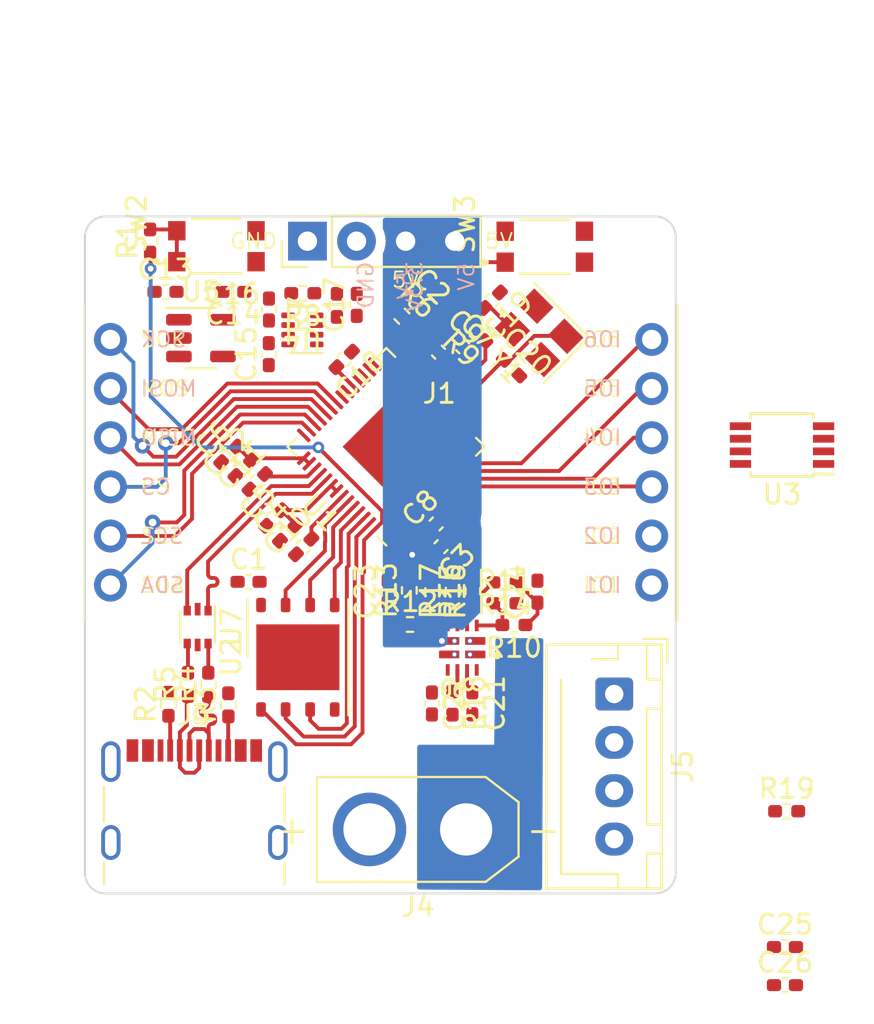
<source format=kicad_pcb>
(kicad_pcb (version 20221018) (generator pcbnew)
  (layers (0 "F.Cu" signal) (31 "B.Cu" signal) (34 "B.Paste" user) (35 "F.Paste" user) (36 "B.SilkS" user "B.Silkscreen") (37 "F.SilkS" user "F.Silkscreen") (38 "B.Mask" user) (39 "F.Mask" user) (44 "Edge.Cuts" user))
  (net 0 "")
  (net 1 "/LED_DATA")
  (net 2 "GND")
  (net 3 "+3V3")
  (net 4 "/I2C0_SCL")
  (net 5 "/I2C0_SDA")
  (net 6 "/MCU_GPIO1")
  (net 7 "/MCU_GPIO2")
  (net 8 "/MCU_GPIO3")
  (net 9 "/MCU_GPIO4")
  (net 10 "/MCU_GPIO5")
  (net 11 "/MCU_GPIO6")
  (net 12 "/RP_GPIO13")
  (net 13 "Net-(U1-XIN)")
  (net 14 "Net-(U1-XOUT)")
  (net 15 "+1V1")
  (net 18 "/RUN")
  (net 29 "/USB_DN")
  (net 30 "/USB_DP")
  (net 31 "/QSPI_SD3")
  (net 32 "/QSPI_SCLK")
  (net 33 "/QSPI_SD0")
  (net 34 "/QSPI_SD2")
  (net 35 "/QSPI_SD1")
  (net 36 "/QSPI_SS")
  (net 37 "VBUS")
  (net 39 "VBUS_REV")
  (net 40 "VMCU")
  (net 41 "Net-(C19-Pad2)")
  (net 42 "/RP2040_BOOT")
  (net 43 "Net-(J3-CC1)")
  (net 44 "Net-(J3-CC2)")
  (net 45 "/USB_D+")
  (net 46 "/USB_D-")
  (net 47 "Net-(U4-PR1)")
  (net 49 "Net-(U6-SS)")
  (net 50 "+5V_MCU")
  (net 51 "+5V_EXT")
  (net 52 "Net-(U6-CP2)")
  (net 53 "Net-(U6-PR1)")
  (net 54 "Net-(U6-OV2)")
  (net 55 "Net-(U6-OV1)")
  (net 56 "Net-(U6-ILM)")
  (net 59 "+5V")
  (net 60 "/RP_GPIO12")
  (net 61 "Net-(R4-Pad2)")
  (net 62 "Net-(R5-Pad2)")
  (net 63 "Net-(U3-OE)")
  (net 64 "/LED_CLK")
  (net 67 "/LED_CLOCK")
  (net 68 "/RP_GPIO15")
  (net 69 "/RP_GPIO14")
  (net 70 "/SPI1_SCK")
  (net 71 "/SPI1_RX")
  (net 72 "/SPI1_TX")
  (net 73 "/SPI1_~{CS}")
  (footprint "0_switch_button:SW_KMR731NGLFS" (layer "F.Cu") (at 119.0125 43.1 90)
    (fp_text reference "SW2")
    (fp_text value "KMR731NG LFS")
  )
  (footprint "Capacitor_SMD:C_0402_1005Metric_Pad0.74x0.62mm_HandSolder" (layer "F.Cu") (at 126.27 46.1325 90)
    (fp_text reference "C17")
    (fp_text value "1uF")
  )
  (footprint "Capacitor_SMD:C_0402_1005Metric_Pad0.74x0.62mm_HandSolder" (layer "F.Cu") (at 133.277431 45.890362 -135)
    (fp_text reference "C19")
    (fp_text value "27pF")
  )
  (footprint "Package_DFN_QFN:QFN-56-1EP_7x7mm_P0.4mm_EP3.2x3.2mm" (layer "F.Cu") (at 127.8 53.468629 135)
    (fp_text reference "U1")
    (fp_text value "RP2040")
  )
  (footprint "Resistor_SMD:R_0402_1005Metric_Pad0.72x0.64mm_HandSolder" (layer "F.Cu") (at 129.0275 62.654999)
    (fp_text reference "R12")
    (fp_text value "10.2k")
  )
  (footprint "Resistor_SMD:R_0402_1005Metric_Pad0.72x0.64mm_HandSolder" (layer "F.Cu") (at 125.245 46.1575 90)
    (fp_text reference "R7")
    (fp_text value "16.9k")
  )
  (footprint "Resistor_SMD:R_0402_1005Metric_Pad0.72x0.64mm_HandSolder" (layer "F.Cu") (at 123.48 45.53 180)
    (fp_text reference "R8")
    (fp_text value "5k")
  )
  (footprint "Resistor_SMD:R_0402_1005Metric_Pad0.72x0.64mm_HandSolder" (layer "F.Cu") (at 130.2 60.95 -90)
    (fp_text reference "R16")
    (fp_text value "23.7k")
  )
  (footprint "Crystal:Crystal_SMD_3225-4Pin_3.2x2.5mm" (layer "F.Cu") (at 135.703858 47.576777 135)
    (fp_text reference "Y1")
    (fp_text value "RH100-12.000-18-2020-EXT-TR")
  )
  (footprint "Resistor_SMD:R_0402_1005Metric_Pad0.72x0.64mm_HandSolder" (layer "F.Cu") (at 115.58 42.83 90)
    (fp_text reference "R1")
    (fp_text value "1k")
  )
  (footprint "Capacitor_SMD:C_0402_1005Metric_Pad0.74x0.62mm_HandSolder" (layer "F.Cu") (at 132.25 66.7325 -90)
    (fp_text reference "C21")
    (fp_text value "1uF")
  )
  (footprint "Capacitor_SMD:C_0402_1005Metric_Pad0.74x0.62mm_HandSolder" (layer "F.Cu") (at 123.525 58.625 45)
    (fp_text reference "C10")
    (fp_text value "100nF")
  )
  (footprint "Capacitor_SMD:C_0402_1005Metric_Pad0.74x0.62mm_HandSolder" (layer "F.Cu") (at 130.5 48.575 -45)
    (fp_text reference "C9")
    (fp_text value "100nF")
  )
  (footprint "Capacitor_SMD:C_0402_1005Metric_Pad0.74x0.62mm_HandSolder" (layer "F.Cu") (at 127.87 60.95 90)
    (fp_text reference "C23")
    (fp_text value "1uF")
  )
  (footprint "Capacitor_SMD:C_0402_1005Metric_Pad0.74x0.62mm_HandSolder" (layer "F.Cu") (at 130.38 57.46 45)
    (fp_text reference "C8")
    (fp_text value "100nF")
  )
  (footprint "Capacitor_SMD:C_0402_1005Metric_Pad0.74x0.62mm_HandSolder" (layer "F.Cu") (at 125.62 48.95 -135)
    (fp_text reference "C18")
    (fp_text value "100nF")
  )
  (footprint "Resistor_SMD:R_0402_1005Metric_Pad0.72x0.64mm_HandSolder" (layer "F.Cu") (at 118.59 65.75 90)
    (fp_text reference "R4")
    (fp_text value "27R")
  )
  (footprint "Connector_AMASS:AMASS_XT30U-M_1x02_P5.0mm_Vertical" (layer "F.Cu") (at 131.93 73.25 180)
    (fp_text reference "J4")
    (fp_text value "XT-30")
  )
  (footprint "Capacitor_SMD:C_0402_1005Metric_Pad0.74x0.62mm_HandSolder" (layer "F.Cu") (at 135.62 60.96 90)
    (fp_text reference "C24")
    (fp_text value "1uF")
  )
  (footprint "Resistor_SMD:R_0402_1005Metric_Pad0.72x0.64mm_HandSolder" (layer "F.Cu") (at 148.51 72.31)
    (fp_text reference "R19")
    (fp_text value "10k")
  )
  (footprint "Capacitor_SMD:C_0402_1005Metric_Pad0.74x0.62mm_HandSolder" (layer "F.Cu") (at 134.277431 49.376777 -45)
    (fp_text reference "C20")
    (fp_text value "27pF")
  )
  (footprint "Resistor_SMD:R_0402_1005Metric_Pad0.72x0.64mm_HandSolder" (layer "F.Cu") (at 133.93 61.56)
    (fp_text reference "R11")
    (fp_text value "5k")
  )
  (footprint "Capacitor_SMD:C_0402_1005Metric_Pad0.74x0.62mm_HandSolder" (layer "F.Cu") (at 121.72 48.68 90)
    (fp_text reference "C15")
    (fp_text value "1uF")
  )
  (footprint "Capacitor_SMD:C_0402_1005Metric_Pad0.74x0.62mm_HandSolder" (layer "F.Cu") (at 148.4225 81.3)
    (fp_text reference "C26")
    (fp_text value "0.1uF")
  )
  (footprint "Package_TO_SOT_SMD:SOT-666" (layer "F.Cu") (at 118.04 62.79 -90)
    (fp_text reference "U7")
    (fp_text value "USBLC6-2P6")
  )
  (footprint "Resistor_SMD:R_0402_1005Metric_Pad0.72x0.64mm_HandSolder" (layer "F.Cu") (at 128.61 46.72 -45)
    (fp_text reference "R6")
    (fp_text value "10k")
  )
  (footprint "Capacitor_SMD:C_0402_1005Metric_Pad0.74x0.62mm_HandSolder" (layer "F.Cu") (at 116.38 45.46)
    (fp_text reference "C13")
    (fp_text value "1uF")
  )
  (footprint "Package_TO_SOT_SMD:SOT-23-5" (layer "F.Cu") (at 118.21 47.85)
    (fp_text reference "U5")
    (fp_text value "MIC5504-3.3YM5")
  )
  (footprint "Capacitor_SMD:C_0402_1005Metric_Pad0.74x0.62mm_HandSolder" (layer "F.Cu") (at 121.975 57.15 45)
    (fp_text reference "C5")
    (fp_text value "100nF")
  )
  (footprint "Capacitor_SMD:C_0402_1005Metric_Pad0.74x0.62mm_HandSolder" (layer "F.Cu") (at 130.63 58.63 -135)
    (fp_text reference "C3")
    (fp_text value "100nF")
  )
  (footprint "Capacitor_SMD:C_0402_1005Metric_Pad0.74x0.62mm_HandSolder" (layer "F.Cu") (at 121.73 46.3725 90)
    (fp_text reference "C16")
    (fp_text value "1uF")
  )
  (footprint "0_mux:TPS2116DRLR" (layer "F.Cu") (at 123.46 47.425 180)
    (fp_text reference "U4")
    (fp_text value "TPS2116DRLR")
  )
  (footprint "Resistor_SMD:R_0402_1005Metric_Pad0.72x0.64mm_HandSolder" (layer "F.Cu") (at 119.63 66.81 90)
    (fp_text reference "R3")
    (fp_text value "5.1k")
  )
  (footprint "Capacitor_SMD:C_0402_1005Metric_Pad0.74x0.62mm_HandSolder" (layer "F.Cu") (at 122.7 57.925 45)
    (fp_text reference "C4")
    (fp_text value "100nF")
  )
  (footprint "Capacitor_SMD:C_0402_1005Metric_Pad0.74x0.62mm_HandSolder" (layer "F.Cu") (at 148.4225 79.33)
    (fp_text reference "C25")
    (fp_text value "0.1uF")
  )
  (footprint "Resistor_SMD:R_0402_1005Metric_Pad0.72x0.64mm_HandSolder" (layer "F.Cu") (at 133.94 60.48 180)
    (fp_text reference "R14")
    (fp_text value "23.7k")
  )
  (footprint "Capacitor_SMD:C_0402_1005Metric_Pad0.74x0.62mm_HandSolder" (layer "F.Cu") (at 131.75 48.3 -45)
    (fp_text reference "C7")
    (fp_text value "100nF")
  )
  (footprint "Resistor_SMD:R_0402_1005Metric_Pad0.72x0.64mm_HandSolder" (layer "F.Cu") (at 116.53 66.78 90)
    (fp_text reference "R2")
    (fp_text value "5.1k")
  )
  (footprint "Package_SON:WSON-8-1EP_6x5mm_P1.27mm_EP3.4x4.3mm" (layer "F.Cu") (at 123.225 64.35 90)
    (fp_text reference "U2")
    (fp_text value "W25Q128JVS")
  )
  (footprint "Resistor_SMD:R_0402_1005Metric_Pad0.72x0.64mm_HandSolder" (layer "F.Cu") (at 132.503858 47.576777 135)
    (fp_text reference "R9")
    (fp_text value "1k")
  )
  (footprint "Capacitor_SMD:C_0402_1005Metric_Pad0.74x0.62mm_HandSolder" (layer "F.Cu") (at 121.125 55.275 45)
    (fp_text reference "C11")
    (fp_text value "2.2uF")
  )
  (footprint "Connector_JST:JST_XH_B4B-XH-AM_1x04_P2.50mm_Vertical" (layer "F.Cu") (at 139.59 66.25 -90)
    (fp_text reference "J5")
    (fp_text value "Conn_01x04")
  )
  (footprint "Resistor_SMD:R_0402_1005Metric_Pad0.72x0.64mm_HandSolder" (layer "F.Cu") (at 128.99 60.89 90)
    (fp_text reference "R13")
    (fp_text value "5k")
  )
  (footprint "Capacitor_SMD:C_0402_1005Metric_Pad0.74x0.62mm_HandSolder" (layer "F.Cu") (at 130.16 66.74 -90)
    (fp_text reference "C22")
    (fp_text value "1uF")
  )
  (footprint "0_connectors:Hat_connector_hole" (layer "F.Cu") (at 127.53 51.73)
    (fp_text reference "J1")
    (fp_text value "Hat_connector_hole")
  )
  (footprint "Resistor_SMD:R_0402_1005Metric_Pad0.72x0.64mm_HandSolder" (layer "F.Cu") (at 132.2775 60.929999 90)
    (fp_text reference "R15")
    (fp_text value "5k")
  )
  (footprint "Capacitor_SMD:C_0402_1005Metric_Pad0.74x0.62mm_HandSolder" (layer "F.Cu") (at 120.4 54.575 45)
    (fp_text reference "C12")
    (fp_text value "2.2uF")
  )
  (footprint "Capacitor_SMD:C_0402_1005Metric_Pad0.74x0.62mm_HandSolder" (layer "F.Cu") (at 119.89 45.46 180)
    (fp_text reference "C14")
    (fp_text value "1uF")
  )
  (footprint "Capacitor_SMD:C_0402_1005Metric_Pad0.74x0.62mm_HandSolder" (layer "F.Cu") (at 119.658717 53.861283 45)
    (fp_text reference "C6")
    (fp_text value "100nF")
  )
  (footprint "Capacitor_SMD:C_0402_1005Metric_Pad0.74x0.62mm_HandSolder" (layer "F.Cu") (at 120.675 60.45)
    (fp_text reference "C1")
    (fp_text value "0.1uF")
  )
  (footprint "0_switch_button:SW_KMR731NGLFS" (layer "F.Cu") (at 136 43.125 90)
    (fp_text reference "SW3")
    (fp_text value "KMR731NG LFS")
  )
  (footprint "Capacitor_SMD:C_0402_1005Metric_Pad0.74x0.62mm_HandSolder" (layer "F.Cu") (at 129.35 46 -45)
    (fp_text reference "C2")
    (fp_text value "0.1uF")
  )
  (footprint "Resistor_SMD:R_0402_1005Metric_Pad0.72x0.64mm_HandSolder" (layer "F.Cu") (at 131.2575 60.924998 90)
    (fp_text reference "R17")
    (fp_text value "5k")
  )
  (footprint "Resistor_SMD:R_0402_1005Metric_Pad0.72x0.64mm_HandSolder" (layer "F.Cu") (at 131.22 66.72 -90)
    (fp_text reference "R18")
    (fp_text value "29k")
  )
  (footprint "Resistor_SMD:R_0402_1005Metric_Pad0.72x0.64mm_HandSolder" (layer "F.Cu") (at 117.54 65.75 90)
    (fp_text reference "R5")
    (fp_text value "27R")
  )
  (footprint "Connector_USB:USB_C_Receptacle_GCT_USB4105-xx-A_16P_TopMnt_Horizontal" (layer "F.Cu") (at 117.87 72.85)
    (fp_text reference "J3")
    (fp_text value "USB_C_Receptacle_USB2.0")
  )
  (footprint "Package_SO:TSSOP-8_3x3mm_P0.65mm" (layer "F.Cu") (at 148.27 53.38 180)
    (fp_text reference "U3")
    (fp_text value "TXB0102DCT")
  )
  (footprint "0_various:IC_TPS2121RUXR" (layer "F.Cu") (at 131.7275 63.854998 180)
    (fp_text reference "U6")
    (fp_text value "TPS2121RUXR")
  )
  (footprint "Resistor_SMD:R_0402_1005Metric_Pad0.72x0.64mm_HandSolder" (layer "F.Cu") (at 134.4025 62.679998 180)
    (fp_text reference "R10")
    (fp_text value "10.2k")
  )
  (gr_line (start 112.21 75.494366) (end 112.21 42.624366) (stroke (width 0.1)) (layer "Edge.Cuts"))
  (gr_arc (start 112.21 42.624366) (mid 112.521747 41.871748) (end 113.274366 41.56) (stroke (width 0.1)) (layer "Edge.Cuts"))
  (gr_line (start 113.274366 41.56) (end 141.71 41.56) (stroke (width 0.1)) (layer "Edge.Cuts"))
  (gr_arc (start 113.27 76.56) (mid 112.51738 76.248254) (end 112.205634 75.495634) (stroke (width 0.1)) (layer "Edge.Cuts"))
  (gr_arc (start 141.71 41.56) (mid 142.459532 41.870453) (end 142.77 42.619978) (stroke (width 0.1)) (layer "Edge.Cuts"))
  (gr_line (start 142.77 42.62) (end 142.77 75.5) (stroke (width 0.1)) (layer "Edge.Cuts"))
  (gr_arc (start 142.769978 75.5) (mid 142.459525 76.249531) (end 141.71 76.56) (stroke (width 0.1)) (layer "Edge.Cuts"))
  (gr_line (start 141.71 76.56) (end 113.27 76.56) (stroke (width 0.1)) (layer "Edge.Cuts"))
  (segment (start 125.075 67.14) (end 125.01 67.075) (width 0.2) (layer "F.Cu") (net 2))
  (segment (start 130.111283 59.031283) (end 129.194302 58.114302) (width 0.2) (layer "F.Cu") (net 3))
  (segment (start 130.228717 59.031283) (end 130.111283 59.031283) (width 0.2) (layer "F.Cu") (net 3))
  (segment (start 125.218717 49.351283) (end 125.218717 49.473133) (width 0.2) (layer "F.Cu") (net 3))
  (segment (start 129.194302 58.114302) (end 128.76872 58.114302) (width 0.2) (layer "F.Cu") (net 3))
  (segment (start 131.314303 55.568719) (end 130.937786 55.192202) (width 0.2) (layer "F.Cu") (net 3))
  (segment (start 125.218717 49.473133) (end 126.076427 50.330843) (width 0.2) (layer "F.Cu") (net 3))
  (segment (start 120.087566 53.46) (end 120.801283 54.173717) (width 0.2) (layer "F.Cu") (net 3))
  (segment (start 120.914169 54.060831) (end 120.801283 54.173717) (width 0.2) (layer "F.Cu") (net 3))
  (segment (start 123.671385 56.748717) (end 124.945057 55.475045) (width 0.2) (layer "F.Cu") (net 3))
  (segment (start 132.151283 48.701283) (end 132.151283 48.834503) (width 0.2) (layer "F.Cu") (net 3))
  (segment (start 123.813686 54.343674) (end 123.530843 54.060831) (width 0.2) (layer "F.Cu") (net 3))
  (segment (start 131.314303 56.525697) (end 131.314303 55.568719) (width 0.2) (layer "F.Cu") (net 3))
  (segment (start 120.06 53.46) (end 120.087566 53.46) (width 0.2) (layer "F.Cu") (net 3))
  (segment (start 122.376283 56.748717) (end 123.671385 56.748717) (width 0.2) (layer "F.Cu") (net 3))
  (segment (start 123.530843 54.060831) (end 120.914169 54.060831) (width 0.2) (layer "F.Cu") (net 3))
  (segment (start 123.101283 57.473717) (end 123.101283 57.523717) (width 0.2) (layer "F.Cu") (net 3))
  (segment (start 132.151283 48.834503) (end 130.089258 50.896528) (width 0.2) (layer "F.Cu") (net 3))
  (segment (start 122.376283 56.748717) (end 123.101283 57.473717) (width 0.2) (layer "F.Cu") (net 3))
  (segment (start 124.945057 55.475045) (end 125.227899 55.757887) (width 0.2) (layer "F.Cu") (net 3))
  (segment (start 120.751283 54.173717) (end 120.801283 54.173717) (width 0.2) (layer "F.Cu") (net 3))
  (segment (start 130.781283 57.058717) (end 131.314303 56.525697) (width 0.2) (layer "F.Cu") (net 3))
  (segment (start 128.76872 58.114302) (end 128.392202 57.737786) (width 0.2) (layer "F.Cu") (net 3))
  (segment (start 116.86 58.08) (end 113.53 58.08) (width 0.2) (layer "F.Cu") (net 4))
  (segment (start 123.43717 52.217068) (end 120.392932 52.217068) (width 0.2) (layer "F.Cu") (net 4))
  (segment (start 123.813686 52.593584) (end 123.43717 52.217068) (width 0.2) (layer "F.Cu") (net 4))
  (segment (start 117.75 54.86) (end 117.75 57.19) (width 0.2) (layer "F.Cu") (net 4))
  (segment (start 120.392932 52.217068) (end 117.75 54.86) (width 0.2) (layer "F.Cu") (net 4))
  (segment (start 117.75 57.19) (end 116.86 58.08) (width 0.2) (layer "F.Cu") (net 4))
  (segment (start 123.585786 51.8) (end 120.244314 51.8) (width 0.2) (layer "F.Cu") (net 5))
  (segment (start 117.35 56.99) (end 116.9595 57.3805) (width 0.2) (layer "F.Cu") (net 5))
  (segment (start 124.096528 52.310742) (end 123.585786 51.8) (width 0.2) (layer "F.Cu") (net 5))
  (segment (start 116.9595 57.3805) (end 115.71 57.3805) (width 0.2) (layer "F.Cu") (net 5))
  (segment (start 120.244314 51.8) (end 117.35 54.694315) (width 0.2) (layer "F.Cu") (net 5))
  (segment (start 117.35 54.694315) (end 117.35 56.99) (width 0.2) (layer "F.Cu") (net 5))
  (via (at 115.71 57.3805) (size 0.8) (drill 0.4) (layers "F.Cu" "B.Cu") (net 5))
  (segment (start 115.71 58.44) (end 113.53 60.62) (width 0.2) (layer "B.Cu") (net 5))
  (segment (start 115.71 57.3805) (end 115.71 58.44) (width 0.2) (layer "B.Cu") (net 5))
  (segment (start 141.53 55.54) (end 141.51 55.52) (width 0.2) (layer "F.Cu") (net 8))
  (segment (start 131.83127 55.52) (end 131.220629 54.909359) (width 0.2) (layer "F.Cu") (net 8))
  (segment (start 141.51 55.52) (end 131.83127 55.52) (width 0.2) (layer "F.Cu") (net 8))
  (segment (start 131.503472 54.626516) (end 131.997147 55.12019) (width 0.2) (layer "F.Cu") (net 9))
  (segment (start 140.59 53) (end 141.53 53) (width 0.2) (layer "F.Cu") (net 9))
  (segment (start 131.997147 55.12019) (end 138.46981 55.12019) (width 0.2) (layer "F.Cu") (net 9))
  (segment (start 138.46981 55.12019) (end 140.59 53) (width 0.2) (layer "F.Cu") (net 9))
  (segment (start 136.73981 54.72019) (end 141 50.46) (width 0.2) (layer "F.Cu") (net 10))
  (segment (start 141 50.46) (end 141.53 50.46) (width 0.2) (layer "F.Cu") (net 10))
  (segment (start 132.162832 54.72019) (end 136.73981 54.72019) (width 0.2) (layer "F.Cu") (net 10))
  (segment (start 131.786314 54.343674) (end 132.162832 54.72019) (width 0.2) (layer "F.Cu") (net 10))
  (segment (start 132.069157 54.060831) (end 132.328516 54.32019) (width 0.2) (layer "F.Cu") (net 11))
  (segment (start 132.328516 54.32019) (end 134.78981 54.32019) (width 0.2) (layer "F.Cu") (net 11))
  (segment (start 134.78981 54.32019) (end 141.19 47.92) (width 0.2) (layer "F.Cu") (net 11))
  (segment (start 141.19 47.92) (end 141.53 47.92) (width 0.2) (layer "F.Cu") (net 11))
  (segment (start 132.61651 50.235132) (end 133.876148 48.975494) (width 0.2) (layer "F.Cu") (net 13))
  (segment (start 132.16651 50.685132) (end 132.763321 50.088321) (width 0.2) (layer "F.Cu") (net 13))
  (segment (start 133.876148 48.975494) (end 134.21943 48.975494) (width 0.2) (layer "F.Cu") (net 13))
  (segment (start 130.654944 51.462214) (end 131.432026 50.685132) (width 0.2) (layer "F.Cu") (net 13))
  (segment (start 137.065558 47.736396) (end 137.082716 47.753554) (width 0.2) (layer "F.Cu") (net 13))
  (segment (start 134.21943 48.975494) (end 135.458528 47.736396) (width 0.2) (layer "F.Cu") (net 13))
  (segment (start 131.432026 50.685132) (end 132.16651 50.685132) (width 0.2) (layer "F.Cu") (net 13))
  (segment (start 135.458528 47.736396) (end 137.065558 47.736396) (width 0.2) (layer "F.Cu") (net 13))
  (segment (start 131.351472 50.2) (end 130.372101 51.179371) (width 0.2) (layer "F.Cu") (net 14))
  (segment (start 131.75 50.15) (end 131.75 50.2) (width 0.2) (layer "F.Cu") (net 14))
  (segment (start 131.75 50.2) (end 131.351472 50.2) (width 0.2) (layer "F.Cu") (net 14))
  (segment (start 132.926354 48.973646) (end 131.75 50.15) (width 0.2) (layer "F.Cu") (net 14))
  (segment (start 132.926354 47.999273) (end 132.926354 48.973646) (width 0.2) (layer "F.Cu") (net 14))
  (segment (start 121.655599 55.003033) (end 121.526283 54.873717) (width 0.2) (layer "F.Cu") (net 15))
  (segment (start 123.926283 57.625189) (end 125.510742 56.04073) (width 0.2) (layer "F.Cu") (net 15))
  (segment (start 129.806415 50.613685) (end 130.901283 49.518817) (width 0.2) (layer "F.Cu") (net 15))
  (segment (start 130.901283 49.518817) (end 130.901283 48.976283) (width 0.2) (layer "F.Cu") (net 15))
  (segment (start 124.096528 54.626516) (end 123.720011 55.003033) (width 0.2) (layer "F.Cu") (net 15))
  (segment (start 123.926283 58.223717) (end 123.926283 57.625189) (width 0.2) (layer "F.Cu") (net 15))
  (segment (start 123.720011 55.003033) (end 121.655599 55.003033) (width 0.2) (layer "F.Cu") (net 15))
  (segment (start 128.59 48.354288) (end 128.59 47.562566) (width 0.2) (layer "F.Cu") (net 18))
  (segment (start 129.334404 49.38864) (end 129.334404 49.098692) (width 0.2) (layer "F.Cu") (net 18))
  (segment (start 129.788717 46.401283) (end 132.265 43.925) (width 0.2) (layer "F.Cu") (net 18))
  (segment (start 129.334404 49.098692) (end 128.59 48.354288) (width 0.2) (layer "F.Cu") (net 18))
  (segment (start 128.59 47.562566) (end 129.751283 46.401283) (width 0.2) (layer "F.Cu") (net 18))
  (segment (start 129.751283 46.401283) (end 129.788717 46.401283) (width 0.2) (layer "F.Cu") (net 18))
  (segment (start 128.957887 49.765157) (end 129.334404 49.38864) (width 0.2) (layer "F.Cu") (net 18))
  (segment (start 132.265 43.925) (end 133.95 43.925) (width 0.2) (layer "F.Cu") (net 18))
  (segment (start 123.78873 55.5) (end 121.85 55.5) (width 0.2) (layer "F.Cu") (net 29))
  (segment (start 117.5025 59.8475) (end 117.5025 61.94) (width 0.2) (layer "F.Cu") (net 29))
  (segment (start 121.85 55.5) (end 117.5025 59.8475) (width 0.2) (layer "F.Cu") (net 29))
  (segment (start 124.379371 54.909359) (end 123.78873 55.5) (width 0.2) (layer "F.Cu") (net 29))
  (segment (start 118.5775 59.3975) (end 118.5775 60.05) (width 0.2) (layer "F.Cu") (net 30))
  (segment (start 122.075 55.9) (end 118.5775 59.3975) (width 0.2) (layer "F.Cu") (net 30))
  (segment (start 118.5775 60.85) (end 118.5775 61.94) (width 0.2) (layer "F.Cu") (net 30))
  (segment (start 118.872039 60.65) (end 118.7775 60.65) (width 0.2) (layer "F.Cu") (net 30))
  (segment (start 124.662214 55.192202) (end 123.954416 55.9) (width 0.2) (layer "F.Cu") (net 30))
  (segment (start 118.7775 60.25) (end 118.872039 60.25) (width 0.2) (layer "F.Cu") (net 30))
  (segment (start 123.954416 55.9) (end 122.075 55.9) (width 0.2) (layer "F.Cu") (net 30))
  (arc (start 119.072039 60.45) (mid 119.01346 60.591421) (end 118.872039 60.65) (width 0.2) (layer "F.Cu") (net 30))
  (arc (start 118.7775 60.65) (mid 118.636079 60.708579) (end 118.5775 60.85) (width 0.2) (layer "F.Cu") (net 30))
  (arc (start 118.872039 60.25) (mid 119.01346 60.308579) (end 119.072039 60.45) (width 0.2) (layer "F.Cu") (net 30))
  (arc (start 118.5775 60.05) (mid 118.636079 60.191421) (end 118.7775 60.25) (width 0.2) (layer "F.Cu") (net 30))
  (segment (start 122.59 60.885) (end 122.59 61.65) (width 0.2) (layer "F.Cu") (net 31))
  (segment (start 124.641145 58.371526) (end 124.625 58.387671) (width 0.2) (layer "F.Cu") (net 31))
  (segment (start 125.793585 56.323573) (end 124.625 57.492158) (width 0.2) (layer "F.Cu") (net 31))
  (segment (start 124.625 57.978445) (end 124.641145 57.99459) (width 0.2) (layer "F.Cu") (net 31))
  (segment (start 124.625 57.492158) (end 124.625 57.978445) (width 0.2) (layer "F.Cu") (net 31))
  (segment (start 124.625 58.387671) (end 124.625 58.85) (width 0.2) (layer "F.Cu") (net 31))
  (segment (start 124.641145 57.99459) (end 124.641145 58.371526) (width 0.2) (layer "F.Cu") (net 31))
  (segment (start 124.625 58.85) (end 122.59 60.885) (width 0.2) (layer "F.Cu") (net 31))
  (segment (start 126.076427 56.606415) (end 125.05 57.632842) (width 0.2) (layer "F.Cu") (net 32))
  (segment (start 125.05 59.175) (end 123.86 60.365) (width 0.2) (layer "F.Cu") (net 32))
  (segment (start 125.05 57.632842) (end 125.05 59.175) (width 0.2) (layer "F.Cu") (net 32))
  (segment (start 123.86 60.365) (end 123.86 61.65) (width 0.2) (layer "F.Cu") (net 32))
  (segment (start 125.05 61.635) (end 125.01 61.675) (width 0.2) (layer "F.Cu") (net 33))
  (segment (start 126.35927 56.889258) (end 125.45 57.798528) (width 0.2) (layer "F.Cu") (net 33))
  (segment (start 125.13 59.77) (end 125.13 61.65) (width 0.2) (layer "F.Cu") (net 33))
  (segment (start 125.45 57.798528) (end 125.45 59.45) (width 0.2) (layer "F.Cu") (net 33))
  (segment (start 125.45 59.45) (end 125.13 59.77) (width 0.2) (layer "F.Cu") (net 33))
  (segment (start 125.85 59.615685) (end 125.76 59.705685) (width 0.2) (layer "F.Cu") (net 34))
  (segment (start 125.475 68.05) (end 124.3 68.05) (width 0.2) (layer "F.Cu") (net 34))
  (segment (start 123.75 67.085) (end 123.74 67.075) (width 0.2) (layer "F.Cu") (net 34))
  (segment (start 126.642113 57.172101) (end 125.85 57.964214) (width 0.2) (layer "F.Cu") (net 34))
  (segment (start 124.3 68.05) (end 123.86 67.61) (width 0.2) (layer "F.Cu") (net 34))
  (segment (start 125.76 59.705685) (end 125.76 67.765) (width 0.2) (layer "F.Cu") (net 34))
  (segment (start 125.85 57.964214) (end 125.85 59.615685) (width 0.2) (layer "F.Cu") (net 34))
  (segment (start 125.76 67.765) (end 125.475 68.05) (width 0.2) (layer "F.Cu") (net 34))
  (segment (start 123.86 67.61) (end 123.86 67.05) (width 0.2) (layer "F.Cu") (net 34))
  (segment (start 126.924955 57.454943) (end 126.25 58.129898) (width 0.2) (layer "F.Cu") (net 35))
  (segment (start 123.525 68.45) (end 122.59 67.515) (width 0.2) (layer "F.Cu") (net 35))
  (segment (start 125.640685 68.45) (end 123.525 68.45) (width 0.2) (layer "F.Cu") (net 35))
  (segment (start 126.17 59.86137) (end 126.17 67.920685) (width 0.2) (layer "F.Cu") (net 35))
  (segment (start 122.59 67.515) (end 122.59 67.05) (width 0.2) (layer "F.Cu") (net 35))
  (segment (start 126.25 59.78137) (end 126.17 59.86137) (width 0.2) (layer "F.Cu") (net 35))
  (segment (start 126.25 58.129898) (end 126.25 59.78137) (width 0.2) (layer "F.Cu") (net 35))
  (segment (start 126.17 67.920685) (end 125.640685 68.45) (width 0.2) (layer "F.Cu") (net 35))
  (segment (start 126.57 68.255) (end 125.975 68.85) (width 0.2) (layer "F.Cu") (net 36))
  (segment (start 126.65 58.295584) (end 126.65 59.947055) (width 0.2) (layer "F.Cu") (net 36))
  (segment (start 127.584314 57.361268) (end 127.207798 57.737786) (width 0.2) (layer "F.Cu") (net 36))
  (segment (start 126.65 59.947055) (end 126.57 60.027055) (width 0.2) (layer "F.Cu") (net 36))
  (segment (start 125.975 68.85) (end 123.12 68.85) (width 0.2) (layer "F.Cu") (net 36))
  (segment (start 127.584314 56.799202) (end 127.584314 57.361268) (width 0.2) (layer "F.Cu") (net 36))
  (segment (start 115.61 43.4575) (end 115.58 43.4275) (width 0.2) (layer "F.Cu") (net 36))
  (segment (start 124.285943 53.500831) (end 127.584314 56.799202) (width 0.2) (layer "F.Cu") (net 36))
  (segment (start 126.57 60.027055) (end 126.57 68.255) (width 0.2) (layer "F.Cu") (net 36))
  (segment (start 127.207798 57.737786) (end 126.65 58.295584) (width 0.2) (layer "F.Cu") (net 36))
  (segment (start 123.12 68.85) (end 121.32 67.05) (width 0.2) (layer "F.Cu") (net 36))
  (segment (start 115.61 44.26) (end 115.61 43.4575) (width 0.2) (layer "F.Cu") (net 36))
  (via (at 124.285943 53.500831) (size 0.6) (drill 0.3) (layers "F.Cu" "B.Cu") (net 36))
  (via (at 115.61 44.26) (size 0.6) (drill 0.3) (layers "F.Cu" "B.Cu") (net 36))
  (segment (start 115.61 50.87) (end 115.61 44.26) (width 0.2) (layer "B.Cu") (net 36))
  (segment (start 118.240831 53.500831) (end 115.61 50.87) (width 0.2) (layer "B.Cu") (net 36))
  (segment (start 124.285943 53.500831) (end 118.240831 53.500831) (width 0.2) (layer "B.Cu") (net 36))
  (segment (start 132.081362 47.086431) (end 132.876148 46.291645) (width 0.2) (layer "F.Cu") (net 41))
  (segment (start 132.876148 46.291645) (end 133.216645 46.291645) (width 0.2) (layer "F.Cu") (net 41))
  (segment (start 133.216645 46.291645) (end 134.325 47.4) (width 0.2) (layer "F.Cu") (net 41))
  (segment (start 116.9625 43.9) (end 116.9625 42.3) (width 0.2) (layer "F.Cu") (net 42))
  (segment (start 115.58 42.2325) (end 116.895 42.2325) (width 0.2) (layer "F.Cu") (net 42))
  (segment (start 116.895 42.2325) (end 116.9625 42.3) (width 0.2) (layer "F.Cu") (net 42))
  (segment (start 116.62 69.17) (end 116.62 67.4675) (width 0.2) (layer "F.Cu") (net 43))
  (segment (start 116.62 67.4675) (end 116.53 67.3775) (width 0.2) (layer "F.Cu") (net 43))
  (segment (start 119.62 69.17) (end 119.62 67.4925) (width 0.2) (layer "F.Cu") (net 44))
  (segment (start 119.62 67.4925) (end 119.515 67.3875) (width 0.2) (layer "F.Cu") (net 44))
  (segment (start 118.780239 67.36) (end 118.61 67.36) (width 0.2) (layer "F.Cu") (net 45))
  (segment (start 118.400348 66.96) (end 118.41 66.96) (width 0.2) (layer "F.Cu") (net 45))
  (segment (start 118.62 68.295) (end 118.61 68.285) (width 0.2) (layer "F.Cu") (net 45))
  (segment (start 118.385 68.06) (end 118.62 68.295) (width 0.2) (layer "F.Cu") (net 45))
  (segment (start 118.950478 67.619522) (end 118.950478 67.530239) (width 0.2) (layer "F.Cu") (net 45))
  (segment (start 117.62 68.295) (end 117.855 68.06) (width 0.2) (layer "F.Cu") (net 45))
  (segment (start 118.61 68.285) (end 118.61 67.96) (width 0.2) (layer "F.Cu") (net 45))
  (segment (start 118.62 68.295) (end 118.62 69.17) (width 0.2) (layer "F.Cu") (net 45))
  (segment (start 117.855 68.06) (end 118.385 68.06) (width 0.2) (layer "F.Cu") (net 45))
  (segment (start 118.61 67.36) (end 118.400348 67.36) (width 0.2) (layer "F.Cu") (net 45))
  (segment (start 118.61 66.76) (end 118.61 66.3775) (width 0.2) (layer "F.Cu") (net 45))
  (segment (start 117.62 69.17) (end 117.62 68.295) (width 0.2) (layer "F.Cu") (net 45))
  (segment (start 118.61 66.3775) (end 118.58 66.3475) (width 0.2) (layer "F.Cu") (net 45))
  (arc (start 118.61 67.96) (mid 118.659862 67.839623) (end 118.780239 67.789761) (width 0.2) (layer "F.Cu") (net 45))
  (arc (start 118.400348 67.36) (mid 118.258927 67.301421) (end 118.200348 67.16) (width 0.2) (layer "F.Cu") (net 45))
  (arc (start 118.200348 67.16) (mid 118.258927 67.018579) (end 118.400348 66.96) (width 0.2) (layer "F.Cu") (net 45))
  (arc (start 118.780239 67.789761) (mid 118.900616 67.739899) (end 118.950478 67.619522) (width 0.2) (layer "F.Cu") (net 45))
  (arc (start 118.41 66.96) (mid 118.551421 66.901421) (end 118.61 66.76) (width 0.2) (layer "F.Cu") (net 45))
  (arc (start 118.950478 67.530239) (mid 118.900616 67.409862) (end 118.780239 67.36) (width 0.2) (layer "F.Cu") (net 45))
  (segment (start 117.12 68.229314) (end 117.479314 67.87) (width 0.2) (layer "F.Cu") (net 46))
  (segment (start 117.12 69.17) (end 117.12 70.045) (width 0.2) (layer "F.Cu") (net 46))
  (segment (start 117.479314 66.408186) (end 117.54 66.3475) (width 0.2) (layer "F.Cu") (net 46))
  (segment (start 117.12 70.045) (end 117.395 70.32) (width 0.2) (layer "F.Cu") (net 46))
  (segment (start 117.395 70.32) (end 117.88 70.32) (width 0.2) (layer "F.Cu") (net 46))
  (segment (start 117.88 70.32) (end 118.12 70.08) (width 0.2) (layer "F.Cu") (net 46))
  (segment (start 118.12 70.08) (end 118.12 69.17) (width 0.2) (layer "F.Cu") (net 46))
  (segment (start 117.12 69.17) (end 117.12 68.229314) (width 0.2) (layer "F.Cu") (net 46))
  (segment (start 117.479314 67.87) (end 117.479314 66.408186) (width 0.2) (layer "F.Cu") (net 46))
  (segment (start 132.3125 66.179999) (end 131.9775 65.844999) (width 0.2) (layer "F.Cu") (net 49))
  (segment (start 131.9775 65.844999) (end 131.9775 65.004998) (width 0.2) (layer "F.Cu") (net 49))
  (segment (start 130.2 60.3525) (end 130.2 60.11) (width 0.2) (layer "F.Cu") (net 50))
  (segment (start 127.87 61.5175) (end 127.965 61.5175) (width 0.2) (layer "F.Cu") (net 50))
  (segment (start 128.43 62.654999) (end 128.43 62.0775) (width 0.2) (layer "F.Cu") (net 50))
  (segment (start 130.2 60.11) (end 129.14 59.05) (width 0.2) (layer "F.Cu") (net 50))
  (segment (start 128.43 62.0775) (end 127.87 61.5175) (width 0.2) (layer "F.Cu") (net 50))
  (via (at 129.14 59.05) (size 0.6) (drill 0.3) (layers "F.Cu" "B.Cu") (net 50))
  (via (at 130.677997 63.504998) (size 0.6) (drill 0.3) (layers "F.Cu" "B.Cu") (net 50))
  (segment (start 130.87 60.78) (end 130.87 63.5) (width 0.2) (layer "B.Cu") (net 50))
  (segment (start 130.87 63.5) (end 130.682995 63.5) (width 0.2) (layer "B.Cu") (net 50))
  (segment (start 129.14 59.05) (end 130.87 60.78) (width 0.2) (layer "B.Cu") (net 50))
  (segment (start 130.682995 63.5) (end 130.677997 63.504998) (width 0.2) (layer "B.Cu") (net 50))
  (segment (start 135.060002 62.679998) (end 135.62 62.12) (width 0.2) (layer "F.Cu") (net 51))
  (segment (start 134.5375 60.48) (end 134.5725 60.48) (width 0.2) (layer "F.Cu") (net 51))
  (segment (start 135 62.679998) (end 135.060002 62.679998) (width 0.2) (layer "F.Cu") (net 51))
  (segment (start 135.62 62.12) (end 135.62 61.5275) (width 0.2) (layer "F.Cu") (net 51))
  (segment (start 134.5725 60.48) (end 135.62 61.5275) (width 0.2) (layer "F.Cu") (net 51))
  (segment (start 133.3325 61.56) (end 133.805 62.0325) (width 0.2) (layer "F.Cu") (net 52))
  (segment (start 133.805 62.0325) (end 133.805 62.679998) (width 0.2) (layer "F.Cu") (net 52))
  (segment (start 133.78 62.704998) (end 133.805 62.679998) (width 0.2) (layer "F.Cu") (net 52))
  (segment (start 132.4775 62.704998) (end 133.78 62.704998) (width 0.2) (layer "F.Cu") (net 52))
  (segment (start 129.674999 62.704998) (end 129.625 62.654999) (width 0.2) (layer "F.Cu") (net 53))
  (segment (start 128.99 62.019999) (end 129.625 62.654999) (width 0.2) (layer "F.Cu") (net 53))
  (segment (start 130.9775 62.704998) (end 129.674999 62.704998) (width 0.2) (layer "F.Cu") (net 53))
  (segment (start 128.99 61.4875) (end 128.99 62.019999) (width 0.2) (layer "F.Cu") (net 53))
  (segment (start 133.324999 60.48) (end 133.3425 60.48) (width 0.2) (layer "F.Cu") (net 54))
  (segment (start 131.9775 62.704998) (end 131.9775 61.827499) (width 0.2) (layer "F.Cu") (net 54))
  (segment (start 132.2775 61.527499) (end 133.324999 60.48) (width 0.2) (layer "F.Cu") (net 54))
  (segment (start 131.9775 61.827499) (end 132.2775 61.527499) (width 0.2) (layer "F.Cu") (net 54))
  (segment (start 130.2 61.5475) (end 131.232498 61.5475) (width 0.2) (layer "F.Cu") (net 55))
  (segment (start 131.4775 62.704998) (end 131.4775 61.742498) (width 0.2) (layer "F.Cu") (net 55))
  (segment (start 131.4775 61.742498) (end 131.2575 61.522498) (width 0.2) (layer "F.Cu") (net 55))
  (segment (start 131.232498 61.5475) (end 131.2575 61.522498) (width 0.2) (layer "F.Cu") (net 55))
  (segment (start 131.1775 66.18) (end 131.4775 65.88) (width 0.2) (layer "F.Cu") (net 56))
  (segment (start 131.4775 65.88) (end 131.4775 65.004998) (width 0.2) (layer "F.Cu") (net 56))
  (segment (start 118.59 63.6525) (end 118.5775 63.64) (width 0.2) (layer "F.Cu") (net 61))
  (segment (start 118.59 65.1525) (end 118.59 63.6525) (width 0.2) (layer "F.Cu") (net 61))
  (segment (start 117.54 63.6775) (end 117.5025 63.64) (width 0.2) (layer "F.Cu") (net 62))
  (segment (start 117.54 65.1525) (end 117.54 63.6775) (width 0.2) (layer "F.Cu") (net 62))
  (segment (start 116.93 53.98) (end 119.91 51) (width 0.2) (layer "F.Cu") (net 70))
  (segment (start 123.917156 51) (end 124.662214 51.745056) (width 0.2) (layer "F.Cu") (net 70))
  (segment (start 119.91 51) (end 123.917156 51) (width 0.2) (layer "F.Cu") (net 70))
  (segment (start 115.75 53.98) (end 116.93 53.98) (width 0.2) (layer "F.Cu") (net 70))
  (segment (start 115.19 53.42) (end 115.75 53.98) (width 0.2) (layer "F.Cu") (net 70))
  (via (at 115.19 53.42) (size 0.8) (drill 0.4) (layers "F.Cu" "B.Cu") (net 70))
  (segment (start 114.72 52.95) (end 114.72 49.11) (width 0.2) (layer "B.Cu") (net 70))
  (segment (start 115.19 53.42) (end 114.72 52.95) (width 0.2) (layer "B.Cu") (net 70))
  (segment (start 114.72 49.11) (end 113.53 47.92) (width 0.2) (layer "B.Cu") (net 70))
  (segment (start 124.248526 50.2) (end 119.578628 50.2) (width 0.2) (layer "F.Cu") (net 71))
  (segment (start 113.53 50.58) (end 113.53 50.46) (width 0.2) (layer "F.Cu") (net 71))
  (segment (start 119.578628 50.2) (end 117.218628 52.56) (width 0.2) (layer "F.Cu") (net 71))
  (segment (start 115.51 52.56) (end 113.53 50.58) (width 0.2) (layer "F.Cu") (net 71))
  (segment (start 125.227899 51.179371) (end 124.248526 50.2) (width 0.2) (layer "F.Cu") (net 71))
  (segment (start 117.218628 52.56) (end 115.51 52.56) (width 0.2) (layer "F.Cu") (net 71))
  (segment (start 117.098628 54.38) (end 114.91 54.38) (width 0.2) (layer "F.Cu") (net 72))
  (segment (start 123.751471 51.4) (end 120.078628 51.4) (width 0.2) (layer "F.Cu") (net 72))
  (segment (start 114.91 54.38) (end 113.53 53) (width 0.2) (layer "F.Cu") (net 72))
  (segment (start 120.078628 51.4) (end 117.098628 54.38) (width 0.2) (layer "F.Cu") (net 72))
  (segment (start 124.379371 52.027899) (end 123.751471 51.4) (width 0.2) (layer "F.Cu") (net 72))
  (segment (start 119.744314 50.6) (end 124.082841 50.6) (width 0.2) (layer "F.Cu") (net 73))
  (segment (start 117.063814 53.2805) (end 119.744314 50.6) (width 0.2) (layer "F.Cu") (net 73))
  (segment (start 116.39 53.2805) (end 117.063814 53.2805) (width 0.2) (layer "F.Cu") (net 73))
  (segment (start 124.082841 50.6) (end 124.945056 51.462214) (width 0.2) (layer "F.Cu") (net 73))
  (via (at 116.39 53.2805) (size 0.8) (drill 0.4) (layers "F.Cu" "B.Cu") (net 73))
  (segment (start 116.39 55.09) (end 115.94 55.54) (width 0.2) (layer "B.Cu") (net 73))
  (segment (start 115.94 55.54) (end 113.53 55.54) (width 0.2) (layer "B.Cu") (net 73))
  (segment (start 116.39 53.2805) (end 116.39 55.09) (width 0.2) (layer "B.Cu") (net 73))
  (zone (net 50) (net_name "+5V_MCU") (layer "B.Cu") (connect_pads yes (clearance 0.5)) (min_thickness 0.25) (fill yes (thermal_gap 0.5) (thermal_bridge_width 0.5))
    (polygon (pts (xy 127.57 41.63) (xy 132.74 41.63) (xy 132.74 44.05) (xy 132.73 44.04) (xy 132.73 61.96) (xy 130.85 63.84) (xy 127.62 63.84) (xy 127.62 41.58)))
  )
  (zone (net 51) (net_name "+5V_EXT") (layer "B.Cu") (priority 1) (connect_pads yes (clearance 0.5)) (min_thickness 0.25) (fill yes (thermal_gap 0.5) (thermal_bridge_width 0.5))
    (polygon (pts (xy 129.396084 68.87) (xy 133.38 68.87) (xy 133.448306 63.36) (xy 135.923722 63.36) (xy 135.858946 76.398196) (xy 129.39 76.359873)))
  )
)
</source>
